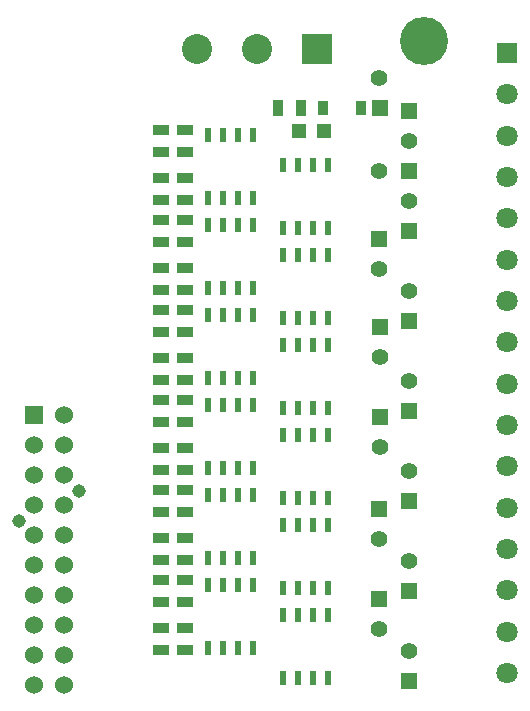
<source format=gts>
G04 (created by PCBNEW (2013-07-07 BZR 4022)-stable) date 12/03/2014 13:56:11*
%MOIN*%
G04 Gerber Fmt 3.4, Leading zero omitted, Abs format*
%FSLAX34Y34*%
G01*
G70*
G90*
G04 APERTURE LIST*
%ADD10C,0.00590551*%
%ADD11C,0.0708661*%
%ADD12R,0.0708661X0.0708661*%
%ADD13R,0.06X0.06*%
%ADD14C,0.06*%
%ADD15R,0.055X0.035*%
%ADD16R,0.055X0.055*%
%ADD17C,0.055*%
%ADD18R,0.02X0.045*%
%ADD19R,0.1X0.1*%
%ADD20C,0.1*%
%ADD21R,0.038X0.05*%
%ADD22R,0.035X0.055*%
%ADD23R,0.0472X0.0472*%
%ADD24C,0.045*%
%ADD25C,0.16*%
G04 APERTURE END LIST*
G54D10*
G54D11*
X85750Y-58584D03*
X85750Y-57206D03*
G54D12*
X85750Y-37915D03*
G54D11*
X85750Y-39293D03*
X85750Y-40671D03*
X85750Y-42049D03*
X85750Y-43427D03*
X85750Y-44805D03*
X85750Y-46183D03*
X85750Y-47561D03*
X85750Y-48938D03*
X85750Y-50316D03*
X85750Y-51694D03*
X85750Y-53072D03*
X85750Y-54450D03*
X85750Y-55828D03*
G54D13*
X70000Y-49984D03*
G54D14*
X71000Y-49984D03*
X70000Y-50984D03*
X71000Y-50984D03*
X70000Y-51984D03*
X71000Y-51984D03*
X70000Y-52984D03*
X71000Y-52984D03*
X70000Y-53984D03*
X71000Y-53984D03*
X70000Y-54984D03*
X71000Y-54984D03*
X70000Y-55984D03*
X71000Y-55984D03*
X70000Y-56984D03*
X71000Y-56984D03*
X70000Y-57984D03*
X71000Y-57984D03*
X70000Y-58984D03*
X71000Y-58984D03*
G54D15*
X74225Y-40475D03*
X74225Y-41225D03*
X74225Y-42075D03*
X74225Y-42825D03*
X74225Y-43475D03*
X74225Y-44225D03*
X74225Y-45075D03*
X74225Y-45825D03*
X74225Y-46475D03*
X74225Y-47225D03*
X74225Y-48075D03*
X74225Y-48825D03*
G54D16*
X81475Y-53100D03*
G54D17*
X81475Y-54100D03*
G54D16*
X81475Y-44100D03*
G54D17*
X81475Y-45100D03*
G54D16*
X82475Y-52850D03*
G54D17*
X82475Y-51850D03*
G54D16*
X82475Y-43850D03*
G54D17*
X82475Y-42850D03*
G54D16*
X81525Y-50050D03*
G54D17*
X81525Y-51050D03*
G54D16*
X82475Y-39850D03*
G54D17*
X82475Y-40850D03*
G54D15*
X75025Y-47225D03*
X75025Y-46475D03*
X75025Y-48825D03*
X75025Y-48075D03*
X75025Y-44225D03*
X75025Y-43475D03*
X75025Y-45825D03*
X75025Y-45075D03*
X75025Y-42825D03*
X75025Y-42075D03*
X75025Y-41225D03*
X75025Y-40475D03*
G54D18*
X77275Y-48750D03*
X77275Y-46650D03*
X76775Y-48750D03*
X76275Y-48750D03*
X75775Y-48750D03*
X76775Y-46650D03*
X76275Y-46650D03*
X75775Y-46650D03*
X79775Y-49750D03*
X79775Y-47650D03*
X79275Y-49750D03*
X78775Y-49750D03*
X78275Y-49750D03*
X79275Y-47650D03*
X78775Y-47650D03*
X78275Y-47650D03*
X77275Y-45750D03*
X77275Y-43650D03*
X76775Y-45750D03*
X76275Y-45750D03*
X75775Y-45750D03*
X76775Y-43650D03*
X76275Y-43650D03*
X75775Y-43650D03*
X79775Y-43750D03*
X79775Y-41650D03*
X79275Y-43750D03*
X78775Y-43750D03*
X78275Y-43750D03*
X79275Y-41650D03*
X78775Y-41650D03*
X78275Y-41650D03*
X77275Y-42750D03*
X77275Y-40650D03*
X76775Y-42750D03*
X76275Y-42750D03*
X75775Y-42750D03*
X76775Y-40650D03*
X76275Y-40650D03*
X75775Y-40650D03*
X79775Y-46750D03*
X79775Y-44650D03*
X79275Y-46750D03*
X78775Y-46750D03*
X78275Y-46750D03*
X79275Y-44650D03*
X78775Y-44650D03*
X78275Y-44650D03*
X77275Y-54750D03*
X77275Y-52650D03*
X76775Y-54750D03*
X76275Y-54750D03*
X75775Y-54750D03*
X76775Y-52650D03*
X76275Y-52650D03*
X75775Y-52650D03*
X79775Y-58750D03*
X79775Y-56650D03*
X79275Y-58750D03*
X78775Y-58750D03*
X78275Y-58750D03*
X79275Y-56650D03*
X78775Y-56650D03*
X78275Y-56650D03*
X77275Y-57750D03*
X77275Y-55650D03*
X76775Y-57750D03*
X76275Y-57750D03*
X75775Y-57750D03*
X76775Y-55650D03*
X76275Y-55650D03*
X75775Y-55650D03*
X79775Y-55750D03*
X79775Y-53650D03*
X79275Y-55750D03*
X78775Y-55750D03*
X78275Y-55750D03*
X79275Y-53650D03*
X78775Y-53650D03*
X78275Y-53650D03*
X77275Y-51750D03*
X77275Y-49650D03*
X76775Y-51750D03*
X76275Y-51750D03*
X75775Y-51750D03*
X76775Y-49650D03*
X76275Y-49650D03*
X75775Y-49650D03*
X79775Y-52750D03*
X79775Y-50650D03*
X79275Y-52750D03*
X78775Y-52750D03*
X78275Y-52750D03*
X79275Y-50650D03*
X78775Y-50650D03*
X78275Y-50650D03*
G54D15*
X75025Y-57825D03*
X75025Y-57075D03*
X75025Y-56225D03*
X75025Y-55475D03*
X75025Y-53225D03*
X75025Y-52475D03*
X75025Y-54825D03*
X75025Y-54075D03*
X75025Y-50225D03*
X75025Y-49475D03*
X75025Y-51825D03*
X75025Y-51075D03*
G54D19*
X79425Y-37775D03*
G54D20*
X77425Y-37775D03*
X75425Y-37775D03*
G54D21*
X79610Y-39740D03*
X80900Y-39740D03*
G54D22*
X78125Y-39750D03*
X78875Y-39750D03*
G54D23*
X78837Y-40500D03*
X79663Y-40500D03*
G54D16*
X82475Y-46850D03*
G54D17*
X82475Y-45850D03*
G54D16*
X82475Y-55850D03*
G54D17*
X82475Y-54850D03*
G54D16*
X81525Y-47050D03*
G54D17*
X81525Y-48050D03*
G54D16*
X81475Y-56100D03*
G54D17*
X81475Y-57100D03*
G54D16*
X82475Y-49850D03*
G54D17*
X82475Y-48850D03*
G54D16*
X82475Y-58850D03*
G54D17*
X82475Y-57850D03*
G54D16*
X81525Y-39750D03*
G54D17*
X81500Y-38750D03*
G54D16*
X82475Y-41850D03*
G54D17*
X81475Y-41850D03*
G54D15*
X74225Y-49475D03*
X74225Y-50225D03*
X74225Y-51075D03*
X74225Y-51825D03*
X74225Y-52475D03*
X74225Y-53225D03*
X74225Y-54075D03*
X74225Y-54825D03*
X74225Y-55475D03*
X74225Y-56225D03*
X74225Y-57075D03*
X74225Y-57825D03*
G54D24*
X69500Y-53500D03*
X71500Y-52500D03*
G54D25*
X83000Y-37500D03*
M02*

</source>
